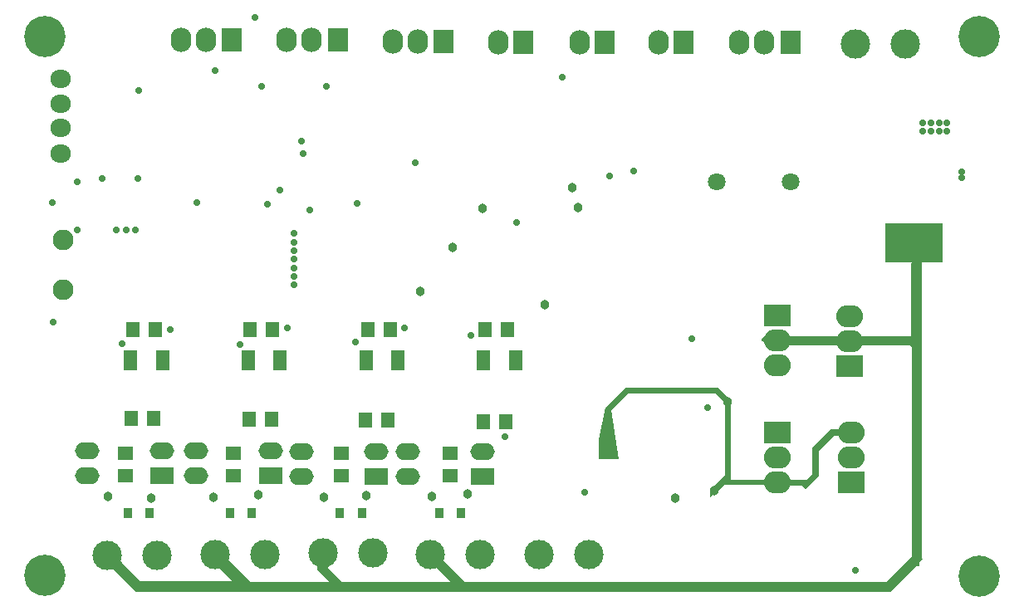
<source format=gbs>
G04*
G04 #@! TF.GenerationSoftware,Altium Limited,Altium Designer,18.1.6 (161)*
G04*
G04 Layer_Color=16711935*
%FSTAX24Y24*%
%MOIN*%
G70*
G01*
G75*
%ADD50R,0.0580X0.0630*%
%ADD51R,0.0572X0.0808*%
%ADD56R,0.0630X0.0580*%
%ADD57R,0.0326X0.0407*%
%ADD67C,0.0710*%
%ADD68C,0.1180*%
%ADD69C,0.0830*%
%ADD70R,0.1080X0.0880*%
%ADD71O,0.1080X0.0880*%
%ADD72O,0.0830X0.0730*%
%ADD73O,0.0830X0.0980*%
%ADD74R,0.0830X0.0980*%
%ADD75R,0.0980X0.0680*%
%ADD76O,0.0980X0.0680*%
%ADD77C,0.0380*%
%ADD78C,0.0280*%
%ADD79C,0.1655*%
G36*
X046934Y023568D02*
X046919Y023583D01*
X046093D01*
Y0117D01*
X046122Y01167D01*
X045987Y011535D01*
Y011388D01*
X045879D01*
X044833Y010342D01*
Y010335D01*
X014567D01*
X013396Y011506D01*
X013346D01*
Y011575D01*
X0131Y011821D01*
X013209Y011929D01*
Y012028D01*
X013477D01*
X013992Y011513D01*
Y0115D01*
X014724Y010768D01*
X018425D01*
X017421Y011772D01*
X017402D01*
Y011978D01*
X017549Y012126D01*
X017746D01*
X019114Y010758D01*
Y010748D01*
X022303D01*
X021811Y01124D01*
Y011575D01*
X021831Y011594D01*
X021762Y011663D01*
Y012037D01*
X02187Y012146D01*
X022146D01*
X022274Y012018D01*
Y01127D01*
X022815Y010728D01*
X027175D01*
Y010748D01*
X026181Y011742D01*
Y011939D01*
X026132Y011988D01*
X02623Y012087D01*
X026437D01*
X027772Y010751D01*
Y010728D01*
X044665D01*
X045699Y011762D01*
Y020177D01*
X04564Y020236D01*
X039882D01*
X039698Y02042D01*
X039655D01*
Y020492D01*
X039764Y0206D01*
X045659D01*
Y023524D01*
X045694Y023558D01*
X044621Y023568D01*
Y025133D01*
X046934D01*
Y023568D01*
D02*
G37*
G36*
X037913Y018543D02*
X038415Y018041D01*
X038415Y014852D01*
X040148Y014852D01*
Y014882D01*
X040197D01*
X040276Y014961D01*
X040344Y014892D01*
X040344D01*
X040354Y014882D01*
X040648D01*
X040677Y014852D01*
X041467D01*
X041683Y015069D01*
Y016117D01*
X042436Y01687D01*
X04313D01*
X043199Y016939D01*
X043248Y01689D01*
Y016748D01*
X043372Y016624D01*
X042549Y016622D01*
Y016614D01*
X041948Y016013D01*
X041948Y01498D01*
X041437Y014468D01*
X04127Y014616D01*
X040502D01*
X040453Y014567D01*
X040187D01*
Y014626D01*
X03815D01*
X037933Y014409D01*
Y01438D01*
X037844D01*
X037608Y014144D01*
Y014429D01*
X038179Y015D01*
X038179Y017923D01*
X037766Y018337D01*
X037736Y018307D01*
X034301D01*
X033642Y017648D01*
X033927Y015689D01*
X033128D01*
Y016457D01*
X033386Y017734D01*
X034195Y018543D01*
X037913Y018543D01*
D02*
G37*
D50*
X015273Y017303D02*
D03*
X014373D02*
D03*
X01908Y017274D02*
D03*
X01998D02*
D03*
X029476Y020865D02*
D03*
X028576D02*
D03*
X029409Y017165D02*
D03*
X028509D02*
D03*
X02466Y017224D02*
D03*
X02376D02*
D03*
X024754Y020865D02*
D03*
X023854D02*
D03*
X020032D02*
D03*
X019132D02*
D03*
X015311D02*
D03*
X014411D02*
D03*
D51*
X029783Y019646D02*
D03*
X028504D02*
D03*
X025062D02*
D03*
X023782D02*
D03*
X01906D02*
D03*
X02034D02*
D03*
X014339D02*
D03*
X015618D02*
D03*
D56*
X018458Y015893D02*
D03*
Y014993D02*
D03*
X027146Y015893D02*
D03*
Y014993D02*
D03*
X022802Y015893D02*
D03*
Y014993D02*
D03*
X014114D02*
D03*
Y015893D02*
D03*
D57*
X023614Y013521D02*
D03*
X022738D02*
D03*
X019188D02*
D03*
X018312D02*
D03*
X027593D02*
D03*
X026717D02*
D03*
X015099D02*
D03*
X014223D02*
D03*
D67*
X037874Y026791D02*
D03*
X040827D02*
D03*
D68*
X032725Y01185D02*
D03*
X030725D02*
D03*
X028375Y011851D02*
D03*
X026375D02*
D03*
X043425Y032343D02*
D03*
X045425D02*
D03*
X024045Y01189D02*
D03*
X022045D02*
D03*
X019715Y011851D02*
D03*
X017715D02*
D03*
X015385Y011811D02*
D03*
X013385D02*
D03*
D69*
X011631Y022488D02*
D03*
Y024488D02*
D03*
D70*
X043248Y014748D02*
D03*
X040295Y016748D02*
D03*
X043209Y019409D02*
D03*
X040295Y021437D02*
D03*
D71*
X043248Y015748D02*
D03*
Y016748D02*
D03*
X040295Y015748D02*
D03*
Y014748D02*
D03*
X043209Y020409D02*
D03*
Y021409D02*
D03*
X040295Y020437D02*
D03*
Y019437D02*
D03*
D72*
X011535Y030956D02*
D03*
Y029946D02*
D03*
Y028966D02*
D03*
Y027956D02*
D03*
D73*
X038776Y0324D02*
D03*
X039776D02*
D03*
X03554D02*
D03*
X03235D02*
D03*
X0291Y032414D02*
D03*
X02585Y03245D02*
D03*
X02485D02*
D03*
X0206Y0325D02*
D03*
X0216D02*
D03*
X016352D02*
D03*
X017352D02*
D03*
D74*
X040826Y0324D02*
D03*
X03654D02*
D03*
X03335D02*
D03*
X0301Y032414D02*
D03*
X0269Y03245D02*
D03*
X02265Y0325D02*
D03*
X018402D02*
D03*
D75*
X028455Y014968D02*
D03*
X024205D02*
D03*
X019955Y015018D02*
D03*
X015605D02*
D03*
D76*
X028455Y015968D02*
D03*
X025455D02*
D03*
Y014968D02*
D03*
X024205Y015968D02*
D03*
X021205D02*
D03*
Y014968D02*
D03*
X019955Y016018D02*
D03*
X016955D02*
D03*
Y015018D02*
D03*
X015605Y016018D02*
D03*
X012605D02*
D03*
Y015018D02*
D03*
D77*
X030955Y02188D02*
D03*
X046594Y024055D02*
D03*
X046506Y024833D02*
D03*
X045187Y023986D02*
D03*
X045178Y024764D02*
D03*
X045906Y023986D02*
D03*
X045887Y024764D02*
D03*
X028466Y025727D02*
D03*
X032285Y025768D02*
D03*
X027857Y014282D02*
D03*
X023789Y014222D02*
D03*
X019468Y014242D02*
D03*
X015175Y014094D02*
D03*
X03775Y014394D02*
D03*
X038297Y017982D02*
D03*
X032067Y026565D02*
D03*
X036181Y014094D02*
D03*
X026417Y014173D02*
D03*
X022087Y014124D02*
D03*
X017657Y014134D02*
D03*
X013425Y014163D02*
D03*
X025945Y022402D02*
D03*
X027274Y024183D02*
D03*
D78*
X03687Y020492D02*
D03*
X025758Y027589D02*
D03*
X046122Y028839D02*
D03*
X046112Y029163D02*
D03*
X020896Y022667D02*
D03*
Y02301D02*
D03*
Y023354D02*
D03*
Y023697D02*
D03*
Y02404D02*
D03*
Y024383D02*
D03*
X01376Y02486D02*
D03*
X014144D02*
D03*
X014528D02*
D03*
X046457Y028839D02*
D03*
Y029173D02*
D03*
X046782Y028839D02*
D03*
Y029173D02*
D03*
X047106Y028839D02*
D03*
Y029173D02*
D03*
X047697Y027215D02*
D03*
Y026988D02*
D03*
X020896Y024726D02*
D03*
X029833Y025187D02*
D03*
X029375Y016575D02*
D03*
X023415Y025925D02*
D03*
X021535Y025689D02*
D03*
X013202Y026939D02*
D03*
X012185Y024882D02*
D03*
X022205Y03064D02*
D03*
X02034Y026467D02*
D03*
X02126Y027943D02*
D03*
X021181Y028455D02*
D03*
X012185Y026815D02*
D03*
X03749Y017736D02*
D03*
X031654Y031004D02*
D03*
X032559Y01435D02*
D03*
X043435Y011211D02*
D03*
X025315Y020945D02*
D03*
X02062D02*
D03*
X015925Y020876D02*
D03*
X01123Y021181D02*
D03*
X028002Y02063D02*
D03*
X01984Y025908D02*
D03*
X014665Y030472D02*
D03*
X019587Y03064D02*
D03*
X014636Y026949D02*
D03*
X034537Y027224D02*
D03*
X03356Y027037D02*
D03*
X023355Y020364D02*
D03*
X018729Y020285D02*
D03*
X013994Y020295D02*
D03*
X017717Y03127D02*
D03*
X019341Y033396D02*
D03*
X011201Y025984D02*
D03*
X016987D02*
D03*
D79*
X0484Y03265D02*
D03*
X048386Y010985D02*
D03*
X0109Y011D02*
D03*
Y03265D02*
D03*
M02*

</source>
